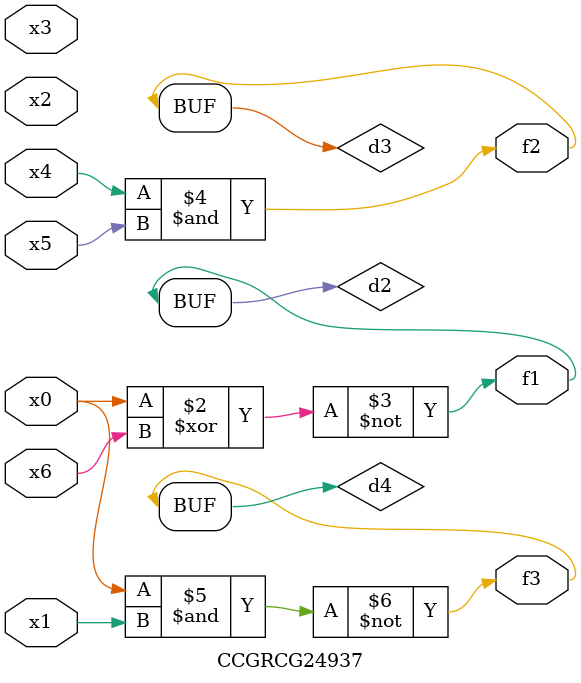
<source format=v>
module CCGRCG24937(
	input x0, x1, x2, x3, x4, x5, x6,
	output f1, f2, f3
);

	wire d1, d2, d3, d4;

	nor (d1, x0);
	xnor (d2, x0, x6);
	and (d3, x4, x5);
	nand (d4, x0, x1);
	assign f1 = d2;
	assign f2 = d3;
	assign f3 = d4;
endmodule

</source>
